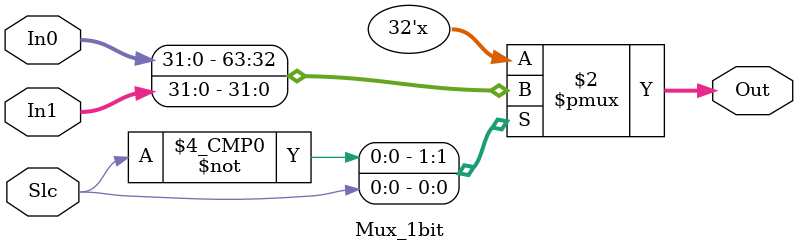
<source format=v>
`timescale 1ns / 1ps
module Mux_1bit(
    input [31:0] In0,
    input [31:0] In1,
    input Slc,
    output reg [31:0] Out
    );

always @(In0 , In1 , Slc) begin
	case(Slc)
		0:Out = In0;
		1:Out = In1;
		default:Out = {32{1'b0}};
	endcase	
end

endmodule
//////////////////////////
/*
module Mux_2bit(
    input [31:0] In0,
    input [31:0] In1,
    input [31:0] In2,
    input [31:0] In3,
    input [1:0] Slc,
    output reg [31:0] Out
    );

always @(In0 , In1 , In2 , In3 , Slc) begin
	case(Slc)
		0:Out = In0;
		1:Out = In1;
		2:Out = In2;
		3:Out = In3;
		default:Out = {32{1'b0}};
	endcase	
end

endmodule
//////////////////////////

module Mux_3bit(
    input [31:0] In0,
    input [31:0] In1,
    input [31:0] In2,
    input [31:0] In3,
    input [31:0] In4,
    input [31:0] In5,
    input [31:0] In6,
    input [31:0] In7,
    input [2:0] Slc,
    output reg [31:0] Out
    );

always @(In0 , In1 , In2 , In3 , In4 , In5 , In6 , In7 , Slc) begin
	case(Slc)
		0:Out = In0;
		1:Out = In1;
		2:Out = In2;
		3:Out = In3;
		4:Out = In4;
		5:Out = In5;
		6:Out = In6;
		7:Out = In7;
		default:Out = {32{1'b0}};
	endcase
	
end

endmodule
//////////////////////////

module Mux_4bit(
    input [31:0] In0,
    input [31:0] In1,
    input [31:0] In2,
    input [31:0] In3,
    input [31:0] In4,
    input [31:0] In5,
    input [31:0] In6,
    input [31:0] In7,
    input [31:0] In8,
    input [31:0] In9,
    input [31:0] In10,
    input [31:0] In11,
    input [31:0] In12,
    input [31:0] In13,
    input [31:0] In14,
    input [31:0] In15,	
    input [3:0] Slc,
    output reg [31:0] Out
    );

always @(In0 , In1 , In2 , In3 , In4 , In5 , In6 , In7 ,
In8 , In9 , In10 , In11 , In12 , In13 , In14 , In15 , Slc) begin
	case(Slc)
		0:Out = In0;
		1:Out = In1;
		2:Out = In2;
		3:Out = In3;
		4:Out = In4;
		5:Out = In5;
		6:Out = In6;
		7:Out = In7;
		8:Out = In8;
		9:Out = In9;
		10:Out = In10;
		11:Out = In11;
		12:Out = In12;
		13:Out = In13;
		14:Out = In14;
		15:Out = In15;		
		default:Out = {32{1'b0}};
	endcase
	
end

endmodule
*/
</source>
